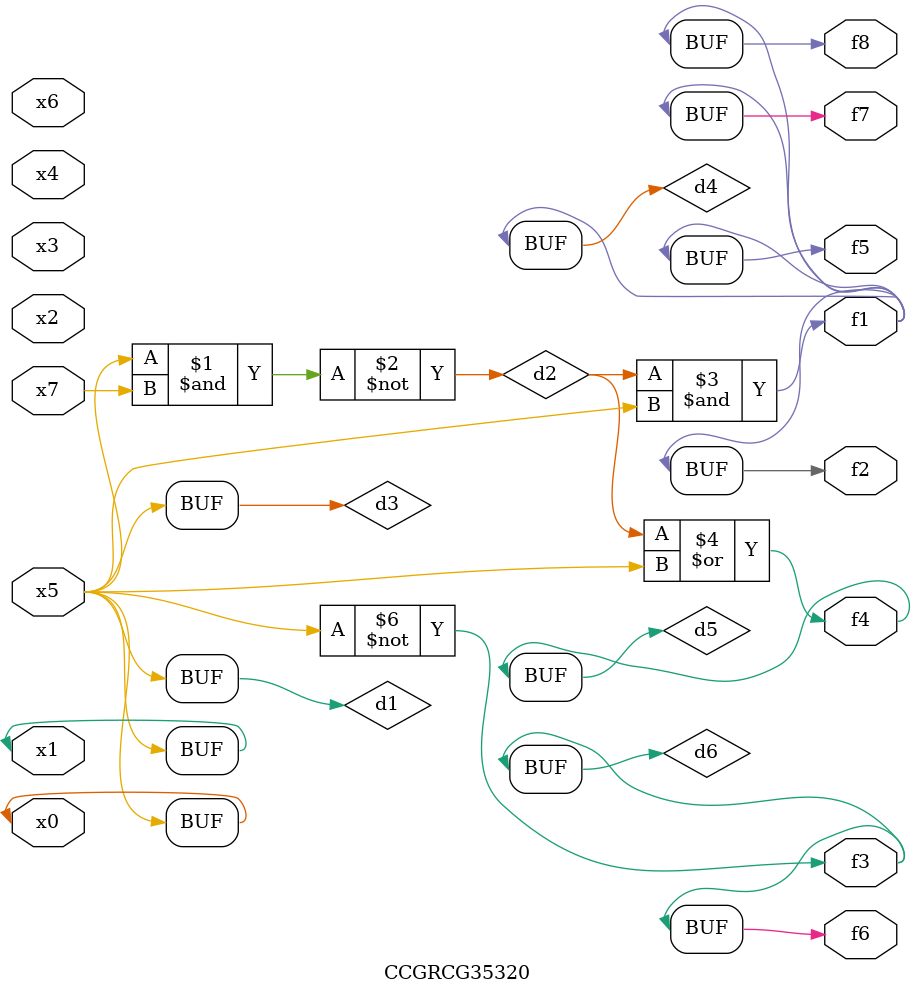
<source format=v>
module CCGRCG35320(
	input x0, x1, x2, x3, x4, x5, x6, x7,
	output f1, f2, f3, f4, f5, f6, f7, f8
);

	wire d1, d2, d3, d4, d5, d6;

	buf (d1, x0, x5);
	nand (d2, x5, x7);
	buf (d3, x0, x1);
	and (d4, d2, d3);
	or (d5, d2, d3);
	nor (d6, d1, d3);
	assign f1 = d4;
	assign f2 = d4;
	assign f3 = d6;
	assign f4 = d5;
	assign f5 = d4;
	assign f6 = d6;
	assign f7 = d4;
	assign f8 = d4;
endmodule

</source>
